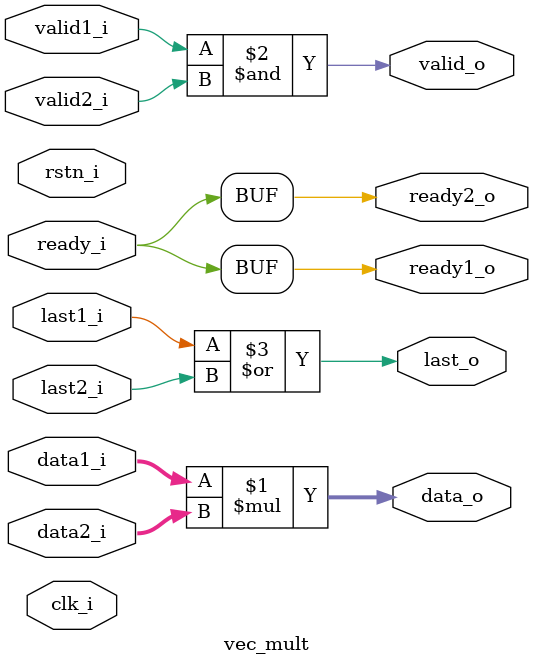
<source format=sv>
/*
 * vector multiplication
 */

module vec_mult #(
    parameter INPUT_BW = 8,
    parameter OUTPUT_BW = 8,
    parameter VECTOR_SIZE = 13
) (
    input clk_i,
    input rstn_i,

    input [VECTOR_SIZE * INPUT_BW - 1 : 0] data1_i,
    input valid1_i,
    input last1_i,
    output ready1_o,

    input [VECTOR_SIZE * INPUT_BW - 1 : 0] data2_i,
    input valid2_i,
    input last2_i,
    output ready2_o,

    output [VECTOR_SIZE * INPUT_BW - 1 : 0] data_o,
    output valid_o,
    output last_o,
    input  ready_i
);

    assign data_o = data1_i * data2_i;
    assign valid_o = valid1_i & valid2_i;
    assign last_o = last1_i | last2_i;
    assign ready1_o = ready_i;
    assign ready2_o = ready_i;

    `ifdef COCOTB_SIM
    initial begin
      $dumpfile ("vec_mult.vcd");
      $dumpvars (0, vec_mult);
      #1;
    end
    `endif
endmodule

</source>
